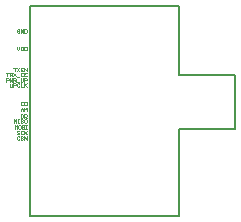
<source format=gm1>
*%FSLAX24Y24*%
*%MOIN*%
G01*
%ADD11C,0.0010*%
%ADD12C,0.0030*%
%ADD13C,0.0043*%
%ADD14C,0.0050*%
%ADD15C,0.0060*%
%ADD16C,0.0070*%
%ADD17C,0.0073*%
%ADD18C,0.0080*%
%ADD19C,0.0100*%
%ADD20C,0.0110*%
%ADD21C,0.0118*%
%ADD22C,0.0150*%
%ADD23C,0.0200*%
%ADD24C,0.0300*%
%ADD25C,0.0360*%
%ADD26C,0.0440*%
%ADD27C,0.0600*%
%ADD28R,0.0300X0.0300*%
%ADD29R,0.0380X0.0380*%
%ADD30R,0.0551X0.0453*%
%ADD31R,0.0631X0.0533*%
%ADD32O,0.0118X0.0354*%
%ADD33O,0.0198X0.0434*%
%ADD34O,0.0354X0.0118*%
%ADD35O,0.0434X0.0198*%
D12*
X14340Y15630D02*
Y15750D01*
X14380Y15710D01*
X14420Y15750D01*
Y15630D01*
X14480Y15750D02*
X14520D01*
X14480D02*
X14460Y15730D01*
Y15650D01*
X14480Y15630D01*
X14520D01*
X14540Y15650D01*
Y15730D01*
X14520Y15750D01*
X14640D02*
X14660Y15730D01*
X14640Y15750D02*
X14600D01*
X14580Y15730D01*
Y15710D01*
X14600Y15690D01*
X14640D01*
X14660Y15670D01*
Y15650D01*
X14640Y15630D01*
X14600D01*
X14580Y15650D01*
X14700Y15750D02*
X14740D01*
X14720D01*
Y15630D01*
X14700D01*
X14740D01*
X14480Y15370D02*
X14500Y15350D01*
X14480Y15370D02*
X14440D01*
X14420Y15350D01*
Y15270D01*
X14440Y15250D01*
X14480D01*
X14500Y15270D01*
X14600Y15370D02*
X14620Y15350D01*
X14600Y15370D02*
X14560D01*
X14540Y15350D01*
Y15330D01*
X14560Y15310D01*
X14600D01*
X14620Y15290D01*
Y15270D01*
X14600Y15250D01*
X14560D01*
X14540Y15270D01*
X14660Y15250D02*
Y15370D01*
X14740Y15250D01*
Y15370D01*
X14500Y15540D02*
X14480Y15560D01*
X14440D01*
X14420Y15540D01*
Y15520D01*
X14440Y15500D01*
X14480D01*
X14500Y15480D01*
Y15460D01*
X14480Y15440D01*
X14440D01*
X14420Y15460D01*
X14600Y15560D02*
X14620Y15540D01*
X14600Y15560D02*
X14560D01*
X14540Y15540D01*
Y15460D01*
X14560Y15440D01*
X14600D01*
X14620Y15460D01*
X14660Y15440D02*
Y15560D01*
Y15480D02*
Y15440D01*
Y15480D02*
X14740Y15560D01*
X14680Y15500D01*
X14740Y15440D01*
X14320Y15820D02*
Y15940D01*
X14360Y15900D01*
X14400Y15940D01*
Y15820D01*
X14440Y15940D02*
X14480D01*
X14460D01*
Y15820D01*
X14440D01*
X14480D01*
X14600Y15940D02*
X14620Y15920D01*
X14600Y15940D02*
X14560D01*
X14540Y15920D01*
Y15900D01*
X14560Y15880D01*
X14600D01*
X14620Y15860D01*
Y15840D01*
X14600Y15820D01*
X14560D01*
X14540Y15840D01*
X14680Y15940D02*
X14720D01*
X14680D02*
X14660Y15920D01*
Y15840D01*
X14680Y15820D01*
X14720D01*
X14740Y15840D01*
Y15920D01*
X14720Y15940D01*
X14540Y15990D02*
Y16110D01*
Y15990D02*
X14600D01*
X14620Y16010D01*
Y16090D01*
X14600Y16110D01*
X14540D01*
X14660D02*
Y15990D01*
Y16110D02*
X14720D01*
X14740Y16090D01*
Y16050D01*
X14720Y16030D01*
X14660D01*
X14700D02*
X14740Y15990D01*
X14540Y16210D02*
Y16290D01*
X14580Y16330D01*
X14620Y16290D01*
Y16210D01*
Y16270D01*
X14540D01*
X14660Y16330D02*
Y16210D01*
X14700Y16290D02*
X14660Y16330D01*
X14700Y16290D02*
X14740Y16330D01*
Y16210D01*
X14620Y16510D02*
X14600Y16530D01*
X14560D01*
X14540Y16510D01*
Y16430D01*
X14560Y16410D01*
X14600D01*
X14620Y16430D01*
X14660Y16410D02*
Y16530D01*
Y16410D02*
X14720D01*
X14740Y16430D01*
Y16510D01*
X14720Y16530D01*
X14660D01*
X14180Y17050D02*
Y17110D01*
Y17050D02*
X14200Y17030D01*
X14260D01*
Y17110D01*
X14300Y17150D02*
Y17030D01*
Y17150D02*
X14360D01*
X14380Y17130D01*
Y17090D01*
X14360Y17070D01*
X14300D01*
X14480Y17150D02*
X14500Y17130D01*
X14480Y17150D02*
X14440D01*
X14420Y17130D01*
Y17050D01*
X14440Y17030D01*
X14480D01*
X14500Y17050D01*
X14540Y17030D02*
Y17150D01*
Y17030D02*
X14620D01*
X14660D02*
Y17150D01*
Y17070D02*
Y17030D01*
Y17070D02*
X14740Y17150D01*
X14680Y17090D01*
X14740Y17030D01*
X14060Y17200D02*
Y17320D01*
X14120D01*
X14140Y17300D01*
Y17260D01*
X14120Y17240D01*
X14060D01*
X14180Y17200D02*
Y17320D01*
X14220Y17240D02*
X14180Y17200D01*
X14220Y17240D02*
X14260Y17200D01*
Y17320D01*
X14300D02*
Y17200D01*
Y17320D02*
X14360D01*
X14380Y17300D01*
Y17260D01*
X14360Y17240D01*
X14300D01*
X14340D02*
X14380Y17200D01*
X14420Y17180D02*
X14500D01*
X14540Y17220D02*
Y17320D01*
Y17220D02*
X14560Y17200D01*
X14600D01*
X14620Y17220D01*
Y17320D01*
X14660D02*
Y17200D01*
Y17320D02*
X14720D01*
X14740Y17300D01*
Y17260D01*
X14720Y17240D01*
X14660D01*
X14140Y17500D02*
X14060D01*
X14100D02*
X14140D01*
X14100D02*
Y17380D01*
X14180D02*
Y17500D01*
X14240D01*
X14260Y17480D01*
Y17440D01*
X14240Y17420D01*
X14180D01*
X14220D02*
X14260Y17380D01*
X14380D02*
X14300Y17500D01*
X14380D02*
X14300Y17380D01*
X14420Y17360D02*
X14500D01*
X14620Y17480D02*
X14600Y17500D01*
X14560D01*
X14540Y17480D01*
Y17400D01*
X14560Y17380D01*
X14600D01*
X14620Y17400D01*
X14660Y17500D02*
X14740D01*
X14660D02*
Y17380D01*
X14740D01*
X14700Y17440D02*
X14660D01*
X14380Y17660D02*
X14300D01*
X14340D02*
X14380D01*
X14340D02*
Y17540D01*
X14420Y17660D02*
X14500Y17540D01*
X14420D02*
X14500Y17660D01*
X14540D02*
X14620D01*
X14540D02*
Y17540D01*
X14620D01*
X14580Y17600D02*
X14540D01*
X14660Y17660D02*
Y17540D01*
X14740D02*
X14660Y17660D01*
X14740D02*
Y17540D01*
X14420Y18280D02*
Y18360D01*
Y18280D02*
X14460Y18240D01*
X14500Y18280D01*
Y18360D01*
X14540D02*
Y18240D01*
X14600D01*
X14620Y18260D01*
Y18340D01*
X14600Y18360D01*
X14540D01*
X14660D02*
Y18240D01*
X14720D01*
X14740Y18260D01*
Y18340D01*
X14720Y18360D01*
X14660D01*
X14500Y18920D02*
X14480Y18940D01*
X14440D01*
X14420Y18920D01*
Y18840D01*
X14440Y18820D01*
X14480D01*
X14500Y18840D01*
Y18880D01*
X14460D01*
X14540Y18940D02*
Y18820D01*
X14620D02*
X14540Y18940D01*
X14620D02*
Y18820D01*
X14660D02*
Y18940D01*
Y18820D02*
X14720D01*
X14740Y18840D01*
Y18920D01*
X14720Y18940D01*
X14660D01*
D14*
X14840Y19720D02*
X19820D01*
X14840D02*
Y12720D01*
X19820D01*
Y15620D01*
Y17420D02*
Y19720D01*
Y15620D02*
X21690D01*
Y17420D02*
X19820D01*
X21690D02*
Y15620D01*
D02*
M02*

</source>
